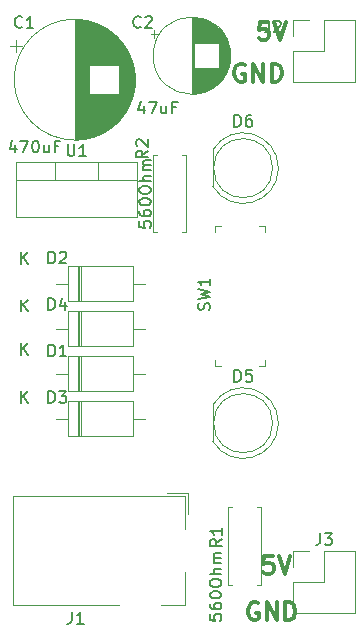
<source format=gto>
%TF.GenerationSoftware,KiCad,Pcbnew,5.1.7-a382d34a8~87~ubuntu20.04.1*%
%TF.CreationDate,2020-11-05T15:25:51-03:00*%
%TF.ProjectId,Power_Suply,506f7765-725f-4537-9570-6c792e6b6963,1*%
%TF.SameCoordinates,Original*%
%TF.FileFunction,Legend,Top*%
%TF.FilePolarity,Positive*%
%FSLAX46Y46*%
G04 Gerber Fmt 4.6, Leading zero omitted, Abs format (unit mm)*
G04 Created by KiCad (PCBNEW 5.1.7-a382d34a8~87~ubuntu20.04.1) date 2020-11-05 15:25:51*
%MOMM*%
%LPD*%
G01*
G04 APERTURE LIST*
%ADD10C,0.150000*%
%ADD11C,0.300000*%
%ADD12C,0.120000*%
%ADD13C,0.100000*%
G04 APERTURE END LIST*
D10*
X67905380Y-115641142D02*
X67905380Y-116117333D01*
X68381571Y-116164952D01*
X68333952Y-116117333D01*
X68286333Y-116022095D01*
X68286333Y-115784000D01*
X68333952Y-115688761D01*
X68381571Y-115641142D01*
X68476809Y-115593523D01*
X68714904Y-115593523D01*
X68810142Y-115641142D01*
X68857761Y-115688761D01*
X68905380Y-115784000D01*
X68905380Y-116022095D01*
X68857761Y-116117333D01*
X68810142Y-116164952D01*
X67905380Y-114736380D02*
X67905380Y-114926857D01*
X67953000Y-115022095D01*
X68000619Y-115069714D01*
X68143476Y-115164952D01*
X68333952Y-115212571D01*
X68714904Y-115212571D01*
X68810142Y-115164952D01*
X68857761Y-115117333D01*
X68905380Y-115022095D01*
X68905380Y-114831619D01*
X68857761Y-114736380D01*
X68810142Y-114688761D01*
X68714904Y-114641142D01*
X68476809Y-114641142D01*
X68381571Y-114688761D01*
X68333952Y-114736380D01*
X68286333Y-114831619D01*
X68286333Y-115022095D01*
X68333952Y-115117333D01*
X68381571Y-115164952D01*
X68476809Y-115212571D01*
X67905380Y-114022095D02*
X67905380Y-113926857D01*
X67953000Y-113831619D01*
X68000619Y-113784000D01*
X68095857Y-113736380D01*
X68286333Y-113688761D01*
X68524428Y-113688761D01*
X68714904Y-113736380D01*
X68810142Y-113784000D01*
X68857761Y-113831619D01*
X68905380Y-113926857D01*
X68905380Y-114022095D01*
X68857761Y-114117333D01*
X68810142Y-114164952D01*
X68714904Y-114212571D01*
X68524428Y-114260190D01*
X68286333Y-114260190D01*
X68095857Y-114212571D01*
X68000619Y-114164952D01*
X67953000Y-114117333D01*
X67905380Y-114022095D01*
X67905380Y-113069714D02*
X67905380Y-112879238D01*
X67953000Y-112784000D01*
X68048238Y-112688761D01*
X68238714Y-112641142D01*
X68572047Y-112641142D01*
X68762523Y-112688761D01*
X68857761Y-112784000D01*
X68905380Y-112879238D01*
X68905380Y-113069714D01*
X68857761Y-113164952D01*
X68762523Y-113260190D01*
X68572047Y-113307809D01*
X68238714Y-113307809D01*
X68048238Y-113260190D01*
X67953000Y-113164952D01*
X67905380Y-113069714D01*
X68905380Y-112212571D02*
X67905380Y-112212571D01*
X68905380Y-111784000D02*
X68381571Y-111784000D01*
X68286333Y-111831619D01*
X68238714Y-111926857D01*
X68238714Y-112069714D01*
X68286333Y-112164952D01*
X68333952Y-112212571D01*
X68905380Y-111307809D02*
X68238714Y-111307809D01*
X68333952Y-111307809D02*
X68286333Y-111260190D01*
X68238714Y-111164952D01*
X68238714Y-111022095D01*
X68286333Y-110926857D01*
X68381571Y-110879238D01*
X68905380Y-110879238D01*
X68381571Y-110879238D02*
X68286333Y-110831619D01*
X68238714Y-110736380D01*
X68238714Y-110593523D01*
X68286333Y-110498285D01*
X68381571Y-110450666D01*
X68905380Y-110450666D01*
X61936380Y-82367142D02*
X61936380Y-82843333D01*
X62412571Y-82890952D01*
X62364952Y-82843333D01*
X62317333Y-82748095D01*
X62317333Y-82510000D01*
X62364952Y-82414761D01*
X62412571Y-82367142D01*
X62507809Y-82319523D01*
X62745904Y-82319523D01*
X62841142Y-82367142D01*
X62888761Y-82414761D01*
X62936380Y-82510000D01*
X62936380Y-82748095D01*
X62888761Y-82843333D01*
X62841142Y-82890952D01*
X61936380Y-81462380D02*
X61936380Y-81652857D01*
X61984000Y-81748095D01*
X62031619Y-81795714D01*
X62174476Y-81890952D01*
X62364952Y-81938571D01*
X62745904Y-81938571D01*
X62841142Y-81890952D01*
X62888761Y-81843333D01*
X62936380Y-81748095D01*
X62936380Y-81557619D01*
X62888761Y-81462380D01*
X62841142Y-81414761D01*
X62745904Y-81367142D01*
X62507809Y-81367142D01*
X62412571Y-81414761D01*
X62364952Y-81462380D01*
X62317333Y-81557619D01*
X62317333Y-81748095D01*
X62364952Y-81843333D01*
X62412571Y-81890952D01*
X62507809Y-81938571D01*
X61936380Y-80748095D02*
X61936380Y-80652857D01*
X61984000Y-80557619D01*
X62031619Y-80510000D01*
X62126857Y-80462380D01*
X62317333Y-80414761D01*
X62555428Y-80414761D01*
X62745904Y-80462380D01*
X62841142Y-80510000D01*
X62888761Y-80557619D01*
X62936380Y-80652857D01*
X62936380Y-80748095D01*
X62888761Y-80843333D01*
X62841142Y-80890952D01*
X62745904Y-80938571D01*
X62555428Y-80986190D01*
X62317333Y-80986190D01*
X62126857Y-80938571D01*
X62031619Y-80890952D01*
X61984000Y-80843333D01*
X61936380Y-80748095D01*
X61936380Y-79795714D02*
X61936380Y-79605238D01*
X61984000Y-79510000D01*
X62079238Y-79414761D01*
X62269714Y-79367142D01*
X62603047Y-79367142D01*
X62793523Y-79414761D01*
X62888761Y-79510000D01*
X62936380Y-79605238D01*
X62936380Y-79795714D01*
X62888761Y-79890952D01*
X62793523Y-79986190D01*
X62603047Y-80033809D01*
X62269714Y-80033809D01*
X62079238Y-79986190D01*
X61984000Y-79890952D01*
X61936380Y-79795714D01*
X62936380Y-78938571D02*
X61936380Y-78938571D01*
X62936380Y-78510000D02*
X62412571Y-78510000D01*
X62317333Y-78557619D01*
X62269714Y-78652857D01*
X62269714Y-78795714D01*
X62317333Y-78890952D01*
X62364952Y-78938571D01*
X62936380Y-78033809D02*
X62269714Y-78033809D01*
X62364952Y-78033809D02*
X62317333Y-77986190D01*
X62269714Y-77890952D01*
X62269714Y-77748095D01*
X62317333Y-77652857D01*
X62412571Y-77605238D01*
X62936380Y-77605238D01*
X62412571Y-77605238D02*
X62317333Y-77557619D01*
X62269714Y-77462380D01*
X62269714Y-77319523D01*
X62317333Y-77224285D01*
X62412571Y-77176666D01*
X62936380Y-77176666D01*
X62333333Y-72556714D02*
X62333333Y-73223380D01*
X62095238Y-72175761D02*
X61857142Y-72890047D01*
X62476190Y-72890047D01*
X62761904Y-72223380D02*
X63428571Y-72223380D01*
X63000000Y-73223380D01*
X64238095Y-72556714D02*
X64238095Y-73223380D01*
X63809523Y-72556714D02*
X63809523Y-73080523D01*
X63857142Y-73175761D01*
X63952380Y-73223380D01*
X64095238Y-73223380D01*
X64190476Y-73175761D01*
X64238095Y-73128142D01*
X65047619Y-72699571D02*
X64714285Y-72699571D01*
X64714285Y-73223380D02*
X64714285Y-72223380D01*
X65190476Y-72223380D01*
X51443142Y-75858714D02*
X51443142Y-76525380D01*
X51205047Y-75477761D02*
X50966952Y-76192047D01*
X51586000Y-76192047D01*
X51871714Y-75525380D02*
X52538380Y-75525380D01*
X52109809Y-76525380D01*
X53109809Y-75525380D02*
X53205047Y-75525380D01*
X53300285Y-75573000D01*
X53347904Y-75620619D01*
X53395523Y-75715857D01*
X53443142Y-75906333D01*
X53443142Y-76144428D01*
X53395523Y-76334904D01*
X53347904Y-76430142D01*
X53300285Y-76477761D01*
X53205047Y-76525380D01*
X53109809Y-76525380D01*
X53014571Y-76477761D01*
X52966952Y-76430142D01*
X52919333Y-76334904D01*
X52871714Y-76144428D01*
X52871714Y-75906333D01*
X52919333Y-75715857D01*
X52966952Y-75620619D01*
X53014571Y-75573000D01*
X53109809Y-75525380D01*
X54300285Y-75858714D02*
X54300285Y-76525380D01*
X53871714Y-75858714D02*
X53871714Y-76382523D01*
X53919333Y-76477761D01*
X54014571Y-76525380D01*
X54157428Y-76525380D01*
X54252666Y-76477761D01*
X54300285Y-76430142D01*
X55109809Y-76001571D02*
X54776476Y-76001571D01*
X54776476Y-76525380D02*
X54776476Y-75525380D01*
X55252666Y-75525380D01*
D11*
X70866142Y-69100000D02*
X70723285Y-69028571D01*
X70509000Y-69028571D01*
X70294714Y-69100000D01*
X70151857Y-69242857D01*
X70080428Y-69385714D01*
X70009000Y-69671428D01*
X70009000Y-69885714D01*
X70080428Y-70171428D01*
X70151857Y-70314285D01*
X70294714Y-70457142D01*
X70509000Y-70528571D01*
X70651857Y-70528571D01*
X70866142Y-70457142D01*
X70937571Y-70385714D01*
X70937571Y-69885714D01*
X70651857Y-69885714D01*
X71580428Y-70528571D02*
X71580428Y-69028571D01*
X72437571Y-70528571D01*
X72437571Y-69028571D01*
X73151857Y-70528571D02*
X73151857Y-69028571D01*
X73509000Y-69028571D01*
X73723285Y-69100000D01*
X73866142Y-69242857D01*
X73937571Y-69385714D01*
X74009000Y-69671428D01*
X74009000Y-69885714D01*
X73937571Y-70171428D01*
X73866142Y-70314285D01*
X73723285Y-70457142D01*
X73509000Y-70528571D01*
X73151857Y-70528571D01*
X72009142Y-114693000D02*
X71866285Y-114621571D01*
X71652000Y-114621571D01*
X71437714Y-114693000D01*
X71294857Y-114835857D01*
X71223428Y-114978714D01*
X71152000Y-115264428D01*
X71152000Y-115478714D01*
X71223428Y-115764428D01*
X71294857Y-115907285D01*
X71437714Y-116050142D01*
X71652000Y-116121571D01*
X71794857Y-116121571D01*
X72009142Y-116050142D01*
X72080571Y-115978714D01*
X72080571Y-115478714D01*
X71794857Y-115478714D01*
X72723428Y-116121571D02*
X72723428Y-114621571D01*
X73580571Y-116121571D01*
X73580571Y-114621571D01*
X74294857Y-116121571D02*
X74294857Y-114621571D01*
X74652000Y-114621571D01*
X74866285Y-114693000D01*
X75009142Y-114835857D01*
X75080571Y-114978714D01*
X75152000Y-115264428D01*
X75152000Y-115478714D01*
X75080571Y-115764428D01*
X75009142Y-115907285D01*
X74866285Y-116050142D01*
X74652000Y-116121571D01*
X74294857Y-116121571D01*
X72866285Y-65472571D02*
X72152000Y-65472571D01*
X72080571Y-66186857D01*
X72152000Y-66115428D01*
X72294857Y-66044000D01*
X72652000Y-66044000D01*
X72794857Y-66115428D01*
X72866285Y-66186857D01*
X72937714Y-66329714D01*
X72937714Y-66686857D01*
X72866285Y-66829714D01*
X72794857Y-66901142D01*
X72652000Y-66972571D01*
X72294857Y-66972571D01*
X72152000Y-66901142D01*
X72080571Y-66829714D01*
X73366285Y-65472571D02*
X73866285Y-66972571D01*
X74366285Y-65472571D01*
X73247285Y-110684571D02*
X72533000Y-110684571D01*
X72461571Y-111398857D01*
X72533000Y-111327428D01*
X72675857Y-111256000D01*
X73033000Y-111256000D01*
X73175857Y-111327428D01*
X73247285Y-111398857D01*
X73318714Y-111541714D01*
X73318714Y-111898857D01*
X73247285Y-112041714D01*
X73175857Y-112113142D01*
X73033000Y-112184571D01*
X72675857Y-112184571D01*
X72533000Y-112113142D01*
X72461571Y-112041714D01*
X73747285Y-110684571D02*
X74247285Y-112184571D01*
X74747285Y-110684571D01*
D12*
%TO.C,C1*%
X61595000Y-70358000D02*
G75*
G03*
X61595000Y-70358000I-5120000J0D01*
G01*
X56475000Y-65278000D02*
X56475000Y-75438000D01*
X56515000Y-65278000D02*
X56515000Y-75438000D01*
X56555000Y-65278000D02*
X56555000Y-75438000D01*
X56595000Y-65279000D02*
X56595000Y-75437000D01*
X56635000Y-65280000D02*
X56635000Y-75436000D01*
X56675000Y-65281000D02*
X56675000Y-75435000D01*
X56715000Y-65283000D02*
X56715000Y-75433000D01*
X56755000Y-65285000D02*
X56755000Y-75431000D01*
X56795000Y-65288000D02*
X56795000Y-75428000D01*
X56835000Y-65290000D02*
X56835000Y-75426000D01*
X56875000Y-65293000D02*
X56875000Y-75423000D01*
X56915000Y-65296000D02*
X56915000Y-75420000D01*
X56955000Y-65300000D02*
X56955000Y-75416000D01*
X56995000Y-65304000D02*
X56995000Y-75412000D01*
X57035000Y-65308000D02*
X57035000Y-75408000D01*
X57075000Y-65313000D02*
X57075000Y-75403000D01*
X57115000Y-65318000D02*
X57115000Y-75398000D01*
X57155000Y-65323000D02*
X57155000Y-75393000D01*
X57196000Y-65328000D02*
X57196000Y-75388000D01*
X57236000Y-65334000D02*
X57236000Y-75382000D01*
X57276000Y-65340000D02*
X57276000Y-75376000D01*
X57316000Y-65347000D02*
X57316000Y-75369000D01*
X57356000Y-65354000D02*
X57356000Y-75362000D01*
X57396000Y-65361000D02*
X57396000Y-75355000D01*
X57436000Y-65368000D02*
X57436000Y-75348000D01*
X57476000Y-65376000D02*
X57476000Y-75340000D01*
X57516000Y-65384000D02*
X57516000Y-75332000D01*
X57556000Y-65393000D02*
X57556000Y-75323000D01*
X57596000Y-65402000D02*
X57596000Y-75314000D01*
X57636000Y-65411000D02*
X57636000Y-75305000D01*
X57676000Y-65420000D02*
X57676000Y-75296000D01*
X57716000Y-65430000D02*
X57716000Y-75286000D01*
X57756000Y-65440000D02*
X57756000Y-69117000D01*
X57756000Y-71599000D02*
X57756000Y-75276000D01*
X57796000Y-65451000D02*
X57796000Y-69117000D01*
X57796000Y-71599000D02*
X57796000Y-75265000D01*
X57836000Y-65461000D02*
X57836000Y-69117000D01*
X57836000Y-71599000D02*
X57836000Y-75255000D01*
X57876000Y-65473000D02*
X57876000Y-69117000D01*
X57876000Y-71599000D02*
X57876000Y-75243000D01*
X57916000Y-65484000D02*
X57916000Y-69117000D01*
X57916000Y-71599000D02*
X57916000Y-75232000D01*
X57956000Y-65496000D02*
X57956000Y-69117000D01*
X57956000Y-71599000D02*
X57956000Y-75220000D01*
X57996000Y-65508000D02*
X57996000Y-69117000D01*
X57996000Y-71599000D02*
X57996000Y-75208000D01*
X58036000Y-65521000D02*
X58036000Y-69117000D01*
X58036000Y-71599000D02*
X58036000Y-75195000D01*
X58076000Y-65534000D02*
X58076000Y-69117000D01*
X58076000Y-71599000D02*
X58076000Y-75182000D01*
X58116000Y-65547000D02*
X58116000Y-69117000D01*
X58116000Y-71599000D02*
X58116000Y-75169000D01*
X58156000Y-65561000D02*
X58156000Y-69117000D01*
X58156000Y-71599000D02*
X58156000Y-75155000D01*
X58196000Y-65575000D02*
X58196000Y-69117000D01*
X58196000Y-71599000D02*
X58196000Y-75141000D01*
X58236000Y-65590000D02*
X58236000Y-69117000D01*
X58236000Y-71599000D02*
X58236000Y-75126000D01*
X58276000Y-65604000D02*
X58276000Y-69117000D01*
X58276000Y-71599000D02*
X58276000Y-75112000D01*
X58316000Y-65620000D02*
X58316000Y-69117000D01*
X58316000Y-71599000D02*
X58316000Y-75096000D01*
X58356000Y-65635000D02*
X58356000Y-69117000D01*
X58356000Y-71599000D02*
X58356000Y-75081000D01*
X58396000Y-65651000D02*
X58396000Y-69117000D01*
X58396000Y-71599000D02*
X58396000Y-75065000D01*
X58436000Y-65668000D02*
X58436000Y-69117000D01*
X58436000Y-71599000D02*
X58436000Y-75048000D01*
X58476000Y-65684000D02*
X58476000Y-69117000D01*
X58476000Y-71599000D02*
X58476000Y-75032000D01*
X58516000Y-65701000D02*
X58516000Y-69117000D01*
X58516000Y-71599000D02*
X58516000Y-75015000D01*
X58556000Y-65719000D02*
X58556000Y-69117000D01*
X58556000Y-71599000D02*
X58556000Y-74997000D01*
X58596000Y-65737000D02*
X58596000Y-69117000D01*
X58596000Y-71599000D02*
X58596000Y-74979000D01*
X58636000Y-65755000D02*
X58636000Y-69117000D01*
X58636000Y-71599000D02*
X58636000Y-74961000D01*
X58676000Y-65774000D02*
X58676000Y-69117000D01*
X58676000Y-71599000D02*
X58676000Y-74942000D01*
X58716000Y-65794000D02*
X58716000Y-69117000D01*
X58716000Y-71599000D02*
X58716000Y-74922000D01*
X58756000Y-65813000D02*
X58756000Y-69117000D01*
X58756000Y-71599000D02*
X58756000Y-74903000D01*
X58796000Y-65833000D02*
X58796000Y-69117000D01*
X58796000Y-71599000D02*
X58796000Y-74883000D01*
X58836000Y-65854000D02*
X58836000Y-69117000D01*
X58836000Y-71599000D02*
X58836000Y-74862000D01*
X58876000Y-65875000D02*
X58876000Y-69117000D01*
X58876000Y-71599000D02*
X58876000Y-74841000D01*
X58916000Y-65896000D02*
X58916000Y-69117000D01*
X58916000Y-71599000D02*
X58916000Y-74820000D01*
X58956000Y-65918000D02*
X58956000Y-69117000D01*
X58956000Y-71599000D02*
X58956000Y-74798000D01*
X58996000Y-65941000D02*
X58996000Y-69117000D01*
X58996000Y-71599000D02*
X58996000Y-74775000D01*
X59036000Y-65963000D02*
X59036000Y-69117000D01*
X59036000Y-71599000D02*
X59036000Y-74753000D01*
X59076000Y-65987000D02*
X59076000Y-69117000D01*
X59076000Y-71599000D02*
X59076000Y-74729000D01*
X59116000Y-66011000D02*
X59116000Y-69117000D01*
X59116000Y-71599000D02*
X59116000Y-74705000D01*
X59156000Y-66035000D02*
X59156000Y-69117000D01*
X59156000Y-71599000D02*
X59156000Y-74681000D01*
X59196000Y-66060000D02*
X59196000Y-69117000D01*
X59196000Y-71599000D02*
X59196000Y-74656000D01*
X59236000Y-66085000D02*
X59236000Y-69117000D01*
X59236000Y-71599000D02*
X59236000Y-74631000D01*
X59276000Y-66111000D02*
X59276000Y-69117000D01*
X59276000Y-71599000D02*
X59276000Y-74605000D01*
X59316000Y-66137000D02*
X59316000Y-69117000D01*
X59316000Y-71599000D02*
X59316000Y-74579000D01*
X59356000Y-66164000D02*
X59356000Y-69117000D01*
X59356000Y-71599000D02*
X59356000Y-74552000D01*
X59396000Y-66192000D02*
X59396000Y-69117000D01*
X59396000Y-71599000D02*
X59396000Y-74524000D01*
X59436000Y-66220000D02*
X59436000Y-69117000D01*
X59436000Y-71599000D02*
X59436000Y-74496000D01*
X59476000Y-66248000D02*
X59476000Y-69117000D01*
X59476000Y-71599000D02*
X59476000Y-74468000D01*
X59516000Y-66278000D02*
X59516000Y-69117000D01*
X59516000Y-71599000D02*
X59516000Y-74438000D01*
X59556000Y-66308000D02*
X59556000Y-69117000D01*
X59556000Y-71599000D02*
X59556000Y-74408000D01*
X59596000Y-66338000D02*
X59596000Y-69117000D01*
X59596000Y-71599000D02*
X59596000Y-74378000D01*
X59636000Y-66369000D02*
X59636000Y-69117000D01*
X59636000Y-71599000D02*
X59636000Y-74347000D01*
X59676000Y-66401000D02*
X59676000Y-69117000D01*
X59676000Y-71599000D02*
X59676000Y-74315000D01*
X59716000Y-66433000D02*
X59716000Y-69117000D01*
X59716000Y-71599000D02*
X59716000Y-74283000D01*
X59756000Y-66466000D02*
X59756000Y-69117000D01*
X59756000Y-71599000D02*
X59756000Y-74250000D01*
X59796000Y-66500000D02*
X59796000Y-69117000D01*
X59796000Y-71599000D02*
X59796000Y-74216000D01*
X59836000Y-66534000D02*
X59836000Y-69117000D01*
X59836000Y-71599000D02*
X59836000Y-74182000D01*
X59876000Y-66569000D02*
X59876000Y-69117000D01*
X59876000Y-71599000D02*
X59876000Y-74147000D01*
X59916000Y-66605000D02*
X59916000Y-69117000D01*
X59916000Y-71599000D02*
X59916000Y-74111000D01*
X59956000Y-66642000D02*
X59956000Y-69117000D01*
X59956000Y-71599000D02*
X59956000Y-74074000D01*
X59996000Y-66679000D02*
X59996000Y-69117000D01*
X59996000Y-71599000D02*
X59996000Y-74037000D01*
X60036000Y-66718000D02*
X60036000Y-69117000D01*
X60036000Y-71599000D02*
X60036000Y-73998000D01*
X60076000Y-66757000D02*
X60076000Y-69117000D01*
X60076000Y-71599000D02*
X60076000Y-73959000D01*
X60116000Y-66797000D02*
X60116000Y-69117000D01*
X60116000Y-71599000D02*
X60116000Y-73919000D01*
X60156000Y-66838000D02*
X60156000Y-69117000D01*
X60156000Y-71599000D02*
X60156000Y-73878000D01*
X60196000Y-66880000D02*
X60196000Y-69117000D01*
X60196000Y-71599000D02*
X60196000Y-73836000D01*
X60236000Y-66922000D02*
X60236000Y-73794000D01*
X60276000Y-66966000D02*
X60276000Y-73750000D01*
X60316000Y-67011000D02*
X60316000Y-73705000D01*
X60356000Y-67057000D02*
X60356000Y-73659000D01*
X60396000Y-67104000D02*
X60396000Y-73612000D01*
X60436000Y-67152000D02*
X60436000Y-73564000D01*
X60476000Y-67202000D02*
X60476000Y-73514000D01*
X60516000Y-67252000D02*
X60516000Y-73464000D01*
X60556000Y-67304000D02*
X60556000Y-73412000D01*
X60596000Y-67358000D02*
X60596000Y-73358000D01*
X60636000Y-67413000D02*
X60636000Y-73303000D01*
X60676000Y-67469000D02*
X60676000Y-73247000D01*
X60716000Y-67528000D02*
X60716000Y-73188000D01*
X60756000Y-67588000D02*
X60756000Y-73128000D01*
X60796000Y-67649000D02*
X60796000Y-73067000D01*
X60836000Y-67713000D02*
X60836000Y-73003000D01*
X60876000Y-67779000D02*
X60876000Y-72937000D01*
X60916000Y-67848000D02*
X60916000Y-72868000D01*
X60956000Y-67919000D02*
X60956000Y-72797000D01*
X60996000Y-67993000D02*
X60996000Y-72723000D01*
X61036000Y-68069000D02*
X61036000Y-72647000D01*
X61076000Y-68149000D02*
X61076000Y-72567000D01*
X61116000Y-68233000D02*
X61116000Y-72483000D01*
X61156000Y-68321000D02*
X61156000Y-72395000D01*
X61196000Y-68414000D02*
X61196000Y-72302000D01*
X61236000Y-68512000D02*
X61236000Y-72204000D01*
X61276000Y-68616000D02*
X61276000Y-72100000D01*
X61316000Y-68728000D02*
X61316000Y-71988000D01*
X61356000Y-68848000D02*
X61356000Y-71868000D01*
X61396000Y-68980000D02*
X61396000Y-71736000D01*
X61436000Y-69128000D02*
X61436000Y-71588000D01*
X61476000Y-69296000D02*
X61476000Y-71420000D01*
X61516000Y-69496000D02*
X61516000Y-71220000D01*
X61556000Y-69759000D02*
X61556000Y-70957000D01*
X50995354Y-67483000D02*
X51995354Y-67483000D01*
X51495354Y-66983000D02*
X51495354Y-67983000D01*
%TO.C,C2*%
X69671000Y-68326000D02*
G75*
G03*
X69671000Y-68326000I-3270000J0D01*
G01*
X66401000Y-65096000D02*
X66401000Y-71556000D01*
X66441000Y-65096000D02*
X66441000Y-71556000D01*
X66481000Y-65096000D02*
X66481000Y-71556000D01*
X66521000Y-65098000D02*
X66521000Y-71554000D01*
X66561000Y-65099000D02*
X66561000Y-71553000D01*
X66601000Y-65102000D02*
X66601000Y-71550000D01*
X66641000Y-65104000D02*
X66641000Y-67286000D01*
X66641000Y-69366000D02*
X66641000Y-71548000D01*
X66681000Y-65108000D02*
X66681000Y-67286000D01*
X66681000Y-69366000D02*
X66681000Y-71544000D01*
X66721000Y-65111000D02*
X66721000Y-67286000D01*
X66721000Y-69366000D02*
X66721000Y-71541000D01*
X66761000Y-65115000D02*
X66761000Y-67286000D01*
X66761000Y-69366000D02*
X66761000Y-71537000D01*
X66801000Y-65120000D02*
X66801000Y-67286000D01*
X66801000Y-69366000D02*
X66801000Y-71532000D01*
X66841000Y-65125000D02*
X66841000Y-67286000D01*
X66841000Y-69366000D02*
X66841000Y-71527000D01*
X66881000Y-65131000D02*
X66881000Y-67286000D01*
X66881000Y-69366000D02*
X66881000Y-71521000D01*
X66921000Y-65137000D02*
X66921000Y-67286000D01*
X66921000Y-69366000D02*
X66921000Y-71515000D01*
X66961000Y-65144000D02*
X66961000Y-67286000D01*
X66961000Y-69366000D02*
X66961000Y-71508000D01*
X67001000Y-65151000D02*
X67001000Y-67286000D01*
X67001000Y-69366000D02*
X67001000Y-71501000D01*
X67041000Y-65159000D02*
X67041000Y-67286000D01*
X67041000Y-69366000D02*
X67041000Y-71493000D01*
X67081000Y-65167000D02*
X67081000Y-67286000D01*
X67081000Y-69366000D02*
X67081000Y-71485000D01*
X67122000Y-65176000D02*
X67122000Y-67286000D01*
X67122000Y-69366000D02*
X67122000Y-71476000D01*
X67162000Y-65185000D02*
X67162000Y-67286000D01*
X67162000Y-69366000D02*
X67162000Y-71467000D01*
X67202000Y-65195000D02*
X67202000Y-67286000D01*
X67202000Y-69366000D02*
X67202000Y-71457000D01*
X67242000Y-65205000D02*
X67242000Y-67286000D01*
X67242000Y-69366000D02*
X67242000Y-71447000D01*
X67282000Y-65216000D02*
X67282000Y-67286000D01*
X67282000Y-69366000D02*
X67282000Y-71436000D01*
X67322000Y-65228000D02*
X67322000Y-67286000D01*
X67322000Y-69366000D02*
X67322000Y-71424000D01*
X67362000Y-65240000D02*
X67362000Y-67286000D01*
X67362000Y-69366000D02*
X67362000Y-71412000D01*
X67402000Y-65252000D02*
X67402000Y-67286000D01*
X67402000Y-69366000D02*
X67402000Y-71400000D01*
X67442000Y-65265000D02*
X67442000Y-67286000D01*
X67442000Y-69366000D02*
X67442000Y-71387000D01*
X67482000Y-65279000D02*
X67482000Y-67286000D01*
X67482000Y-69366000D02*
X67482000Y-71373000D01*
X67522000Y-65293000D02*
X67522000Y-67286000D01*
X67522000Y-69366000D02*
X67522000Y-71359000D01*
X67562000Y-65308000D02*
X67562000Y-67286000D01*
X67562000Y-69366000D02*
X67562000Y-71344000D01*
X67602000Y-65324000D02*
X67602000Y-67286000D01*
X67602000Y-69366000D02*
X67602000Y-71328000D01*
X67642000Y-65340000D02*
X67642000Y-67286000D01*
X67642000Y-69366000D02*
X67642000Y-71312000D01*
X67682000Y-65356000D02*
X67682000Y-67286000D01*
X67682000Y-69366000D02*
X67682000Y-71296000D01*
X67722000Y-65374000D02*
X67722000Y-67286000D01*
X67722000Y-69366000D02*
X67722000Y-71278000D01*
X67762000Y-65392000D02*
X67762000Y-67286000D01*
X67762000Y-69366000D02*
X67762000Y-71260000D01*
X67802000Y-65410000D02*
X67802000Y-67286000D01*
X67802000Y-69366000D02*
X67802000Y-71242000D01*
X67842000Y-65430000D02*
X67842000Y-67286000D01*
X67842000Y-69366000D02*
X67842000Y-71222000D01*
X67882000Y-65450000D02*
X67882000Y-67286000D01*
X67882000Y-69366000D02*
X67882000Y-71202000D01*
X67922000Y-65470000D02*
X67922000Y-67286000D01*
X67922000Y-69366000D02*
X67922000Y-71182000D01*
X67962000Y-65492000D02*
X67962000Y-67286000D01*
X67962000Y-69366000D02*
X67962000Y-71160000D01*
X68002000Y-65514000D02*
X68002000Y-67286000D01*
X68002000Y-69366000D02*
X68002000Y-71138000D01*
X68042000Y-65536000D02*
X68042000Y-67286000D01*
X68042000Y-69366000D02*
X68042000Y-71116000D01*
X68082000Y-65560000D02*
X68082000Y-67286000D01*
X68082000Y-69366000D02*
X68082000Y-71092000D01*
X68122000Y-65584000D02*
X68122000Y-67286000D01*
X68122000Y-69366000D02*
X68122000Y-71068000D01*
X68162000Y-65610000D02*
X68162000Y-67286000D01*
X68162000Y-69366000D02*
X68162000Y-71042000D01*
X68202000Y-65636000D02*
X68202000Y-67286000D01*
X68202000Y-69366000D02*
X68202000Y-71016000D01*
X68242000Y-65662000D02*
X68242000Y-67286000D01*
X68242000Y-69366000D02*
X68242000Y-70990000D01*
X68282000Y-65690000D02*
X68282000Y-67286000D01*
X68282000Y-69366000D02*
X68282000Y-70962000D01*
X68322000Y-65719000D02*
X68322000Y-67286000D01*
X68322000Y-69366000D02*
X68322000Y-70933000D01*
X68362000Y-65748000D02*
X68362000Y-67286000D01*
X68362000Y-69366000D02*
X68362000Y-70904000D01*
X68402000Y-65778000D02*
X68402000Y-67286000D01*
X68402000Y-69366000D02*
X68402000Y-70874000D01*
X68442000Y-65810000D02*
X68442000Y-67286000D01*
X68442000Y-69366000D02*
X68442000Y-70842000D01*
X68482000Y-65842000D02*
X68482000Y-67286000D01*
X68482000Y-69366000D02*
X68482000Y-70810000D01*
X68522000Y-65876000D02*
X68522000Y-67286000D01*
X68522000Y-69366000D02*
X68522000Y-70776000D01*
X68562000Y-65910000D02*
X68562000Y-67286000D01*
X68562000Y-69366000D02*
X68562000Y-70742000D01*
X68602000Y-65946000D02*
X68602000Y-67286000D01*
X68602000Y-69366000D02*
X68602000Y-70706000D01*
X68642000Y-65983000D02*
X68642000Y-67286000D01*
X68642000Y-69366000D02*
X68642000Y-70669000D01*
X68682000Y-66021000D02*
X68682000Y-67286000D01*
X68682000Y-69366000D02*
X68682000Y-70631000D01*
X68722000Y-66061000D02*
X68722000Y-70591000D01*
X68762000Y-66102000D02*
X68762000Y-70550000D01*
X68802000Y-66144000D02*
X68802000Y-70508000D01*
X68842000Y-66189000D02*
X68842000Y-70463000D01*
X68882000Y-66234000D02*
X68882000Y-70418000D01*
X68922000Y-66282000D02*
X68922000Y-70370000D01*
X68962000Y-66331000D02*
X68962000Y-70321000D01*
X69002000Y-66382000D02*
X69002000Y-70270000D01*
X69042000Y-66436000D02*
X69042000Y-70216000D01*
X69082000Y-66492000D02*
X69082000Y-70160000D01*
X69122000Y-66550000D02*
X69122000Y-70102000D01*
X69162000Y-66612000D02*
X69162000Y-70040000D01*
X69202000Y-66676000D02*
X69202000Y-69976000D01*
X69242000Y-66745000D02*
X69242000Y-69907000D01*
X69282000Y-66817000D02*
X69282000Y-69835000D01*
X69322000Y-66894000D02*
X69322000Y-69758000D01*
X69362000Y-66976000D02*
X69362000Y-69676000D01*
X69402000Y-67064000D02*
X69402000Y-69588000D01*
X69442000Y-67161000D02*
X69442000Y-69491000D01*
X69482000Y-67267000D02*
X69482000Y-69385000D01*
X69522000Y-67386000D02*
X69522000Y-69266000D01*
X69562000Y-67524000D02*
X69562000Y-69128000D01*
X69602000Y-67693000D02*
X69602000Y-68959000D01*
X69642000Y-67924000D02*
X69642000Y-68728000D01*
X62900759Y-66487000D02*
X63530759Y-66487000D01*
X63215759Y-66172000D02*
X63215759Y-66802000D01*
%TO.C,D1*%
X56734000Y-93780000D02*
X56734000Y-96720000D01*
X56974000Y-93780000D02*
X56974000Y-96720000D01*
X56854000Y-93780000D02*
X56854000Y-96720000D01*
X62414000Y-95250000D02*
X61394000Y-95250000D01*
X54934000Y-95250000D02*
X55954000Y-95250000D01*
X61394000Y-93780000D02*
X55954000Y-93780000D01*
X61394000Y-96720000D02*
X61394000Y-93780000D01*
X55954000Y-96720000D02*
X61394000Y-96720000D01*
X55954000Y-93780000D02*
X55954000Y-96720000D01*
%TO.C,D2*%
X56734000Y-86160000D02*
X56734000Y-89100000D01*
X56974000Y-86160000D02*
X56974000Y-89100000D01*
X56854000Y-86160000D02*
X56854000Y-89100000D01*
X62414000Y-87630000D02*
X61394000Y-87630000D01*
X54934000Y-87630000D02*
X55954000Y-87630000D01*
X61394000Y-86160000D02*
X55954000Y-86160000D01*
X61394000Y-89100000D02*
X61394000Y-86160000D01*
X55954000Y-89100000D02*
X61394000Y-89100000D01*
X55954000Y-86160000D02*
X55954000Y-89100000D01*
%TO.C,D3*%
X55954000Y-97590000D02*
X55954000Y-100530000D01*
X55954000Y-100530000D02*
X61394000Y-100530000D01*
X61394000Y-100530000D02*
X61394000Y-97590000D01*
X61394000Y-97590000D02*
X55954000Y-97590000D01*
X54934000Y-99060000D02*
X55954000Y-99060000D01*
X62414000Y-99060000D02*
X61394000Y-99060000D01*
X56854000Y-97590000D02*
X56854000Y-100530000D01*
X56974000Y-97590000D02*
X56974000Y-100530000D01*
X56734000Y-97590000D02*
X56734000Y-100530000D01*
%TO.C,D4*%
X55954000Y-89970000D02*
X55954000Y-92910000D01*
X55954000Y-92910000D02*
X61394000Y-92910000D01*
X61394000Y-92910000D02*
X61394000Y-89970000D01*
X61394000Y-89970000D02*
X55954000Y-89970000D01*
X54934000Y-91440000D02*
X55954000Y-91440000D01*
X62414000Y-91440000D02*
X61394000Y-91440000D01*
X56854000Y-89970000D02*
X56854000Y-92910000D01*
X56974000Y-89970000D02*
X56974000Y-92910000D01*
X56734000Y-89970000D02*
X56734000Y-92910000D01*
%TO.C,D5*%
X73239000Y-99441000D02*
G75*
G03*
X73239000Y-99441000I-2500000J0D01*
G01*
X68179000Y-97896000D02*
X68179000Y-100986000D01*
X73729000Y-99441462D02*
G75*
G03*
X68179000Y-97896170I-2990000J462D01*
G01*
X73729000Y-99440538D02*
G75*
G02*
X68179000Y-100985830I-2990000J-462D01*
G01*
%TO.C,D6*%
X68179000Y-76306000D02*
X68179000Y-79396000D01*
X73239000Y-77851000D02*
G75*
G03*
X73239000Y-77851000I-2500000J0D01*
G01*
X73729000Y-77850538D02*
G75*
G02*
X68179000Y-79395830I-2990000J-462D01*
G01*
X73729000Y-77851462D02*
G75*
G03*
X68179000Y-76306170I-2990000J462D01*
G01*
%TO.C,J1*%
X60224000Y-114836000D02*
X51224000Y-114836000D01*
X51224000Y-114836000D02*
X51224000Y-105636000D01*
X51224000Y-105636000D02*
X65824000Y-105636000D01*
X65824000Y-105636000D02*
X65824000Y-108436000D01*
X65824000Y-112036000D02*
X65824000Y-114836000D01*
X65824000Y-114836000D02*
X63824000Y-114836000D01*
X64324000Y-105396000D02*
X66064000Y-105396000D01*
X66064000Y-105396000D02*
X66064000Y-107136000D01*
%TO.C,J2*%
X74997000Y-70545000D02*
X80197000Y-70545000D01*
X74997000Y-67945000D02*
X74997000Y-70545000D01*
X80197000Y-65345000D02*
X80197000Y-70545000D01*
X74997000Y-67945000D02*
X77597000Y-67945000D01*
X77597000Y-67945000D02*
X77597000Y-65345000D01*
X77597000Y-65345000D02*
X80197000Y-65345000D01*
X74997000Y-66675000D02*
X74997000Y-65345000D01*
X74997000Y-65345000D02*
X76327000Y-65345000D01*
%TO.C,J3*%
X74997000Y-110303000D02*
X76327000Y-110303000D01*
X74997000Y-111633000D02*
X74997000Y-110303000D01*
X77597000Y-110303000D02*
X80197000Y-110303000D01*
X77597000Y-112903000D02*
X77597000Y-110303000D01*
X74997000Y-112903000D02*
X77597000Y-112903000D01*
X80197000Y-110303000D02*
X80197000Y-115503000D01*
X74997000Y-112903000D02*
X74997000Y-115503000D01*
X74997000Y-115503000D02*
X80197000Y-115503000D01*
%TO.C,R1*%
X69826000Y-113125000D02*
X69496000Y-113125000D01*
X69496000Y-113125000D02*
X69496000Y-106585000D01*
X69496000Y-106585000D02*
X69826000Y-106585000D01*
X71906000Y-113125000D02*
X72236000Y-113125000D01*
X72236000Y-113125000D02*
X72236000Y-106585000D01*
X72236000Y-106585000D02*
X71906000Y-106585000D01*
%TO.C,R2*%
X65886000Y-76740000D02*
X65556000Y-76740000D01*
X65886000Y-83280000D02*
X65886000Y-76740000D01*
X65556000Y-83280000D02*
X65886000Y-83280000D01*
X63146000Y-76740000D02*
X63476000Y-76740000D01*
X63146000Y-83280000D02*
X63146000Y-76740000D01*
X63476000Y-83280000D02*
X63146000Y-83280000D01*
D13*
%TO.C,SW1*%
X72585000Y-82726000D02*
X72585000Y-83226000D01*
X72585000Y-82726000D02*
X72085000Y-82726000D01*
X72585000Y-94626000D02*
X72585000Y-94126000D01*
X72585000Y-94626000D02*
X72085000Y-94626000D01*
X68385000Y-94626000D02*
X68385000Y-94126000D01*
X68385000Y-94626000D02*
X68885000Y-94626000D01*
X68385000Y-82726000D02*
X68885000Y-82726000D01*
X68385000Y-82726000D02*
X68385000Y-83226000D01*
D12*
%TO.C,U1*%
X51522000Y-77375000D02*
X61762000Y-77375000D01*
X51522000Y-82016000D02*
X61762000Y-82016000D01*
X51522000Y-77375000D02*
X51522000Y-82016000D01*
X61762000Y-77375000D02*
X61762000Y-82016000D01*
X51522000Y-78885000D02*
X61762000Y-78885000D01*
X54792000Y-77375000D02*
X54792000Y-78885000D01*
X58493000Y-77375000D02*
X58493000Y-78885000D01*
%TO.C,C1*%
D10*
X52030333Y-65889142D02*
X51982714Y-65936761D01*
X51839857Y-65984380D01*
X51744619Y-65984380D01*
X51601761Y-65936761D01*
X51506523Y-65841523D01*
X51458904Y-65746285D01*
X51411285Y-65555809D01*
X51411285Y-65412952D01*
X51458904Y-65222476D01*
X51506523Y-65127238D01*
X51601761Y-65032000D01*
X51744619Y-64984380D01*
X51839857Y-64984380D01*
X51982714Y-65032000D01*
X52030333Y-65079619D01*
X52982714Y-65984380D02*
X52411285Y-65984380D01*
X52697000Y-65984380D02*
X52697000Y-64984380D01*
X52601761Y-65127238D01*
X52506523Y-65222476D01*
X52411285Y-65270095D01*
%TO.C,C2*%
X62063333Y-65889142D02*
X62015714Y-65936761D01*
X61872857Y-65984380D01*
X61777619Y-65984380D01*
X61634761Y-65936761D01*
X61539523Y-65841523D01*
X61491904Y-65746285D01*
X61444285Y-65555809D01*
X61444285Y-65412952D01*
X61491904Y-65222476D01*
X61539523Y-65127238D01*
X61634761Y-65032000D01*
X61777619Y-64984380D01*
X61872857Y-64984380D01*
X62015714Y-65032000D01*
X62063333Y-65079619D01*
X62444285Y-65079619D02*
X62491904Y-65032000D01*
X62587142Y-64984380D01*
X62825238Y-64984380D01*
X62920476Y-65032000D01*
X62968095Y-65079619D01*
X63015714Y-65174857D01*
X63015714Y-65270095D01*
X62968095Y-65412952D01*
X62396666Y-65984380D01*
X63015714Y-65984380D01*
%TO.C,D1*%
X54252904Y-93797380D02*
X54252904Y-92797380D01*
X54491000Y-92797380D01*
X54633857Y-92845000D01*
X54729095Y-92940238D01*
X54776714Y-93035476D01*
X54824333Y-93225952D01*
X54824333Y-93368809D01*
X54776714Y-93559285D01*
X54729095Y-93654523D01*
X54633857Y-93749761D01*
X54491000Y-93797380D01*
X54252904Y-93797380D01*
X55776714Y-93797380D02*
X55205285Y-93797380D01*
X55491000Y-93797380D02*
X55491000Y-92797380D01*
X55395761Y-92940238D01*
X55300523Y-93035476D01*
X55205285Y-93083095D01*
X51935095Y-93670380D02*
X51935095Y-92670380D01*
X52506523Y-93670380D02*
X52077952Y-93098952D01*
X52506523Y-92670380D02*
X51935095Y-93241809D01*
%TO.C,D2*%
X54252904Y-85923380D02*
X54252904Y-84923380D01*
X54491000Y-84923380D01*
X54633857Y-84971000D01*
X54729095Y-85066238D01*
X54776714Y-85161476D01*
X54824333Y-85351952D01*
X54824333Y-85494809D01*
X54776714Y-85685285D01*
X54729095Y-85780523D01*
X54633857Y-85875761D01*
X54491000Y-85923380D01*
X54252904Y-85923380D01*
X55205285Y-85018619D02*
X55252904Y-84971000D01*
X55348142Y-84923380D01*
X55586238Y-84923380D01*
X55681476Y-84971000D01*
X55729095Y-85018619D01*
X55776714Y-85113857D01*
X55776714Y-85209095D01*
X55729095Y-85351952D01*
X55157666Y-85923380D01*
X55776714Y-85923380D01*
X51935095Y-85982380D02*
X51935095Y-84982380D01*
X52506523Y-85982380D02*
X52077952Y-85410952D01*
X52506523Y-84982380D02*
X51935095Y-85553809D01*
%TO.C,D3*%
X54252904Y-97734380D02*
X54252904Y-96734380D01*
X54491000Y-96734380D01*
X54633857Y-96782000D01*
X54729095Y-96877238D01*
X54776714Y-96972476D01*
X54824333Y-97162952D01*
X54824333Y-97305809D01*
X54776714Y-97496285D01*
X54729095Y-97591523D01*
X54633857Y-97686761D01*
X54491000Y-97734380D01*
X54252904Y-97734380D01*
X55157666Y-96734380D02*
X55776714Y-96734380D01*
X55443380Y-97115333D01*
X55586238Y-97115333D01*
X55681476Y-97162952D01*
X55729095Y-97210571D01*
X55776714Y-97305809D01*
X55776714Y-97543904D01*
X55729095Y-97639142D01*
X55681476Y-97686761D01*
X55586238Y-97734380D01*
X55300523Y-97734380D01*
X55205285Y-97686761D01*
X55157666Y-97639142D01*
X51935095Y-97734380D02*
X51935095Y-96734380D01*
X52506523Y-97734380D02*
X52077952Y-97162952D01*
X52506523Y-96734380D02*
X51935095Y-97305809D01*
%TO.C,D4*%
X54252904Y-89860380D02*
X54252904Y-88860380D01*
X54491000Y-88860380D01*
X54633857Y-88908000D01*
X54729095Y-89003238D01*
X54776714Y-89098476D01*
X54824333Y-89288952D01*
X54824333Y-89431809D01*
X54776714Y-89622285D01*
X54729095Y-89717523D01*
X54633857Y-89812761D01*
X54491000Y-89860380D01*
X54252904Y-89860380D01*
X55681476Y-89193714D02*
X55681476Y-89860380D01*
X55443380Y-88812761D02*
X55205285Y-89527047D01*
X55824333Y-89527047D01*
X51935095Y-89987380D02*
X51935095Y-88987380D01*
X52506523Y-89987380D02*
X52077952Y-89415952D01*
X52506523Y-88987380D02*
X51935095Y-89558809D01*
%TO.C,D5*%
X70000904Y-95933380D02*
X70000904Y-94933380D01*
X70239000Y-94933380D01*
X70381857Y-94981000D01*
X70477095Y-95076238D01*
X70524714Y-95171476D01*
X70572333Y-95361952D01*
X70572333Y-95504809D01*
X70524714Y-95695285D01*
X70477095Y-95790523D01*
X70381857Y-95885761D01*
X70239000Y-95933380D01*
X70000904Y-95933380D01*
X71477095Y-94933380D02*
X71000904Y-94933380D01*
X70953285Y-95409571D01*
X71000904Y-95361952D01*
X71096142Y-95314333D01*
X71334238Y-95314333D01*
X71429476Y-95361952D01*
X71477095Y-95409571D01*
X71524714Y-95504809D01*
X71524714Y-95742904D01*
X71477095Y-95838142D01*
X71429476Y-95885761D01*
X71334238Y-95933380D01*
X71096142Y-95933380D01*
X71000904Y-95885761D01*
X70953285Y-95838142D01*
%TO.C,D6*%
X70000904Y-74343380D02*
X70000904Y-73343380D01*
X70239000Y-73343380D01*
X70381857Y-73391000D01*
X70477095Y-73486238D01*
X70524714Y-73581476D01*
X70572333Y-73771952D01*
X70572333Y-73914809D01*
X70524714Y-74105285D01*
X70477095Y-74200523D01*
X70381857Y-74295761D01*
X70239000Y-74343380D01*
X70000904Y-74343380D01*
X71429476Y-73343380D02*
X71239000Y-73343380D01*
X71143761Y-73391000D01*
X71096142Y-73438619D01*
X71000904Y-73581476D01*
X70953285Y-73771952D01*
X70953285Y-74152904D01*
X71000904Y-74248142D01*
X71048523Y-74295761D01*
X71143761Y-74343380D01*
X71334238Y-74343380D01*
X71429476Y-74295761D01*
X71477095Y-74248142D01*
X71524714Y-74152904D01*
X71524714Y-73914809D01*
X71477095Y-73819571D01*
X71429476Y-73771952D01*
X71334238Y-73724333D01*
X71143761Y-73724333D01*
X71048523Y-73771952D01*
X71000904Y-73819571D01*
X70953285Y-73914809D01*
%TO.C,J1*%
X56240666Y-115438380D02*
X56240666Y-116152666D01*
X56193047Y-116295523D01*
X56097809Y-116390761D01*
X55954952Y-116438380D01*
X55859714Y-116438380D01*
X57240666Y-116438380D02*
X56669238Y-116438380D01*
X56954952Y-116438380D02*
X56954952Y-115438380D01*
X56859714Y-115581238D01*
X56764476Y-115676476D01*
X56669238Y-115724095D01*
%TO.C,J2*%
X72945666Y-65365380D02*
X72945666Y-66079666D01*
X72898047Y-66222523D01*
X72802809Y-66317761D01*
X72659952Y-66365380D01*
X72564714Y-66365380D01*
X73374238Y-65460619D02*
X73421857Y-65413000D01*
X73517095Y-65365380D01*
X73755190Y-65365380D01*
X73850428Y-65413000D01*
X73898047Y-65460619D01*
X73945666Y-65555857D01*
X73945666Y-65651095D01*
X73898047Y-65793952D01*
X73326619Y-66365380D01*
X73945666Y-66365380D01*
%TO.C,J3*%
X77263666Y-108755380D02*
X77263666Y-109469666D01*
X77216047Y-109612523D01*
X77120809Y-109707761D01*
X76977952Y-109755380D01*
X76882714Y-109755380D01*
X77644619Y-108755380D02*
X78263666Y-108755380D01*
X77930333Y-109136333D01*
X78073190Y-109136333D01*
X78168428Y-109183952D01*
X78216047Y-109231571D01*
X78263666Y-109326809D01*
X78263666Y-109564904D01*
X78216047Y-109660142D01*
X78168428Y-109707761D01*
X78073190Y-109755380D01*
X77787476Y-109755380D01*
X77692238Y-109707761D01*
X77644619Y-109660142D01*
%TO.C,R1*%
X68948380Y-109259666D02*
X68472190Y-109593000D01*
X68948380Y-109831095D02*
X67948380Y-109831095D01*
X67948380Y-109450142D01*
X67996000Y-109354904D01*
X68043619Y-109307285D01*
X68138857Y-109259666D01*
X68281714Y-109259666D01*
X68376952Y-109307285D01*
X68424571Y-109354904D01*
X68472190Y-109450142D01*
X68472190Y-109831095D01*
X68948380Y-108307285D02*
X68948380Y-108878714D01*
X68948380Y-108593000D02*
X67948380Y-108593000D01*
X68091238Y-108688238D01*
X68186476Y-108783476D01*
X68234095Y-108878714D01*
%TO.C,R2*%
X62682380Y-76366666D02*
X62206190Y-76700000D01*
X62682380Y-76938095D02*
X61682380Y-76938095D01*
X61682380Y-76557142D01*
X61730000Y-76461904D01*
X61777619Y-76414285D01*
X61872857Y-76366666D01*
X62015714Y-76366666D01*
X62110952Y-76414285D01*
X62158571Y-76461904D01*
X62206190Y-76557142D01*
X62206190Y-76938095D01*
X61777619Y-75985714D02*
X61730000Y-75938095D01*
X61682380Y-75842857D01*
X61682380Y-75604761D01*
X61730000Y-75509523D01*
X61777619Y-75461904D01*
X61872857Y-75414285D01*
X61968095Y-75414285D01*
X62110952Y-75461904D01*
X62682380Y-76033333D01*
X62682380Y-75414285D01*
%TO.C,SW1*%
X67869761Y-89869333D02*
X67917380Y-89726476D01*
X67917380Y-89488380D01*
X67869761Y-89393142D01*
X67822142Y-89345523D01*
X67726904Y-89297904D01*
X67631666Y-89297904D01*
X67536428Y-89345523D01*
X67488809Y-89393142D01*
X67441190Y-89488380D01*
X67393571Y-89678857D01*
X67345952Y-89774095D01*
X67298333Y-89821714D01*
X67203095Y-89869333D01*
X67107857Y-89869333D01*
X67012619Y-89821714D01*
X66965000Y-89774095D01*
X66917380Y-89678857D01*
X66917380Y-89440761D01*
X66965000Y-89297904D01*
X66917380Y-88964571D02*
X67917380Y-88726476D01*
X67203095Y-88536000D01*
X67917380Y-88345523D01*
X66917380Y-88107428D01*
X67917380Y-87202666D02*
X67917380Y-87774095D01*
X67917380Y-87488380D02*
X66917380Y-87488380D01*
X67060238Y-87583619D01*
X67155476Y-87678857D01*
X67203095Y-87774095D01*
%TO.C,U1*%
X55880095Y-75827380D02*
X55880095Y-76636904D01*
X55927714Y-76732142D01*
X55975333Y-76779761D01*
X56070571Y-76827380D01*
X56261047Y-76827380D01*
X56356285Y-76779761D01*
X56403904Y-76732142D01*
X56451523Y-76636904D01*
X56451523Y-75827380D01*
X57451523Y-76827380D02*
X56880095Y-76827380D01*
X57165809Y-76827380D02*
X57165809Y-75827380D01*
X57070571Y-75970238D01*
X56975333Y-76065476D01*
X56880095Y-76113095D01*
%TD*%
M02*

</source>
